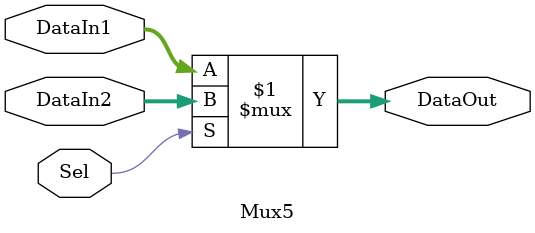
<source format=v>
`timescale 1ns / 1ps


module Mux5(Sel,DataIn1,DataIn2,DataOut);
    input Sel;
    input [4:0] DataIn1;
    input [4:0] DataIn2;
    output [4:0] DataOut;
    assign DataOut = Sel? DataIn2:DataIn1;
endmodule

</source>
